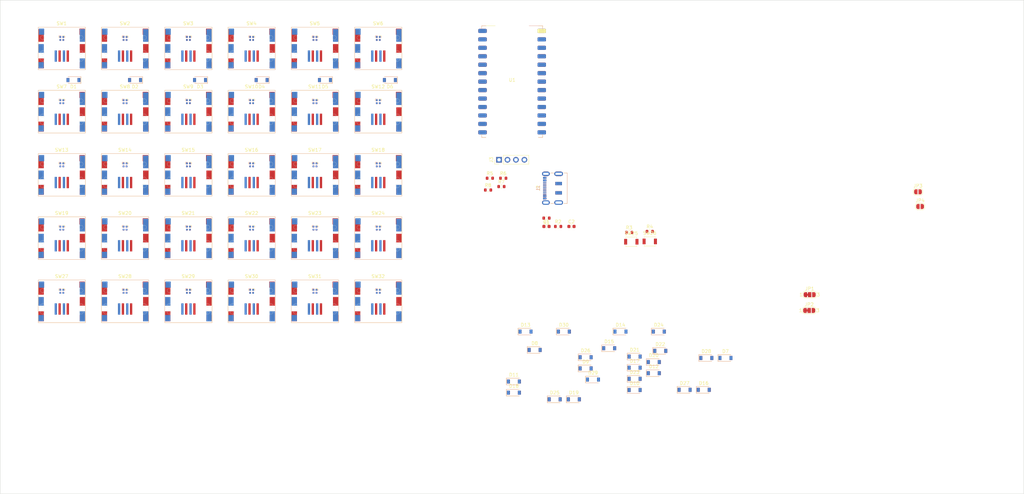
<source format=kicad_pcb>
(kicad_pcb (version 20211014) (generator pcbnew)
  (layers (0 "F.Cu" signal) (31 "B.Cu" signal) (34 "B.Paste" user) (35 "F.Paste" user) (36 "B.SilkS" user "B.Silkscreen") (37 "F.SilkS" user "F.Silkscreen") (38 "B.Mask" user) (39 "F.Mask" user) (44 "Edge.Cuts" user))
  (net 0 "")
  (net 3 "ROW0")
  (net 4 "GND")
  (net 5 "+3.3V")
  (net 6 "COL0")
  (net 7 "Net-(D3-Pad2)")
  (net 8 "Net-(D4-Pad2)")
  (net 9 "Net-(D5-Pad2)")
  (net 10 "Net-(D6-Pad2)")
  (net 11 "Net-(D7-Pad2)")
  (net 12 "Net-(D8-Pad2)")
  (net 13 "Net-(D9-Pad2)")
  (net 14 "Net-(D10-Pad2)")
  (net 15 "Net-(D11-Pad2)")
  (net 16 "Net-(D12-Pad2)")
  (net 17 "ROW1")
  (net 18 "Net-(D13-Pad2)")
  (net 19 "Net-(D14-Pad2)")
  (net 20 "Net-(D15-Pad2)")
  (net 21 "Net-(D16-Pad2)")
  (net 22 "Net-(D17-Pad2)")
  (net 23 "Net-(D18-Pad2)")
  (net 24 "Net-(D19-Pad2)")
  (net 25 "Net-(D20-Pad2)")
  (net 26 "Net-(D21-Pad2)")
  (net 27 "Net-(D22-Pad2)")
  (net 28 "Net-(D23-Pad2)")
  (net 29 "Net-(D24-Pad2)")
  (net 30 "ROW2")
  (net 31 "Net-(D25-Pad2)")
  (net 32 "Net-(D26-Pad2)")
  (net 33 "Net-(D27-Pad2)")
  (net 34 "Net-(D28-Pad2)")
  (net 35 "Net-(D29-Pad2)")
  (net 36 "Net-(D30-Pad2)")
  (net 37 "ROW3")
  (net 38 "ROW4")
  (net 39 "COL1")
  (net 40 "Net-(SW3-Pad4)")
  (net 41 "COL2")
  (net 42 "Net-(SW4-Pad4)")
  (net 43 "COL3")
  (net 44 "Net-(SW5-Pad4)")
  (net 45 "COL4")
  (net 46 "Net-(SW6-Pad4)")
  (net 47 "COL5")
  (net 48 "Net-(SW7-Pad4)")
  (net 49 "Net-(SW8-Pad4)")
  (net 50 "Net-(SW10-Pad4)")
  (net 51 "Net-(SW11-Pad4)")
  (net 52 "Net-(SW13-Pad4)")
  (net 53 "Net-(SW14-Pad4)")
  (net 54 "Net-(SW15-Pad4)")
  (net 55 "Net-(SW16-Pad4)")
  (net 56 "Net-(SW17-Pad4)")
  (net 57 "Net-(SW19-Pad4)")
  (net 58 "Net-(SW20-Pad4)")
  (net 59 "Net-(SW21-Pad4)")
  (net 60 "Net-(SW22-Pad4)")
  (net 61 "Net-(SW23-Pad4)")
  (net 62 "Net-(C2-Pad2)")
  (net 63 "Net-(R3-Pad1)")
  (net 64 "Net-(SW27-Pad4)")
  (net 65 "Net-(SW28-Pad4)")
  (net 66 "SDA")
  (net 67 "SCL")
  (net 68 "Net-(SW1-Pad4)")
  (net 69 "Net-(SW2-Pad4)")
  (net 70 "Net-(SW29-Pad4)")
  (net 71 "Net-(SW10-Pad2)")
  (net 72 "Net-(SW12-Pad4)")
  (net 73 "Net-(D1-Pad2)")
  (net 74 "Net-(D2-Pad2)")
  (net 75 "SPLIT_CLOCK")
  (net 76 "SPLIT_DATA")
  (net 79 "Net-(SW18-Pad4)")
  (net 80 "Net-(SW24-Pad4)")
  (net 81 "Net-(SW30-Pad4)")
  (net 82 "Net-(SW31-Pad4)")
  (net 87 "SPLIT_DATA_UART")
  (net 88 "nRESET")
  (net 90 "ONEWIRE_LED")
  (footprint "mask:D_SOD-123_TopBottom" (layer "F.Cu") (at 132.5 39.5 180)
    (fp_text reference "D6")
    (fp_text value "1N4148W")
  )
  (footprint "mask:Cherry_MX_ULP_SK6812_1515_TopBottom" (layer "F.Cu") (at 110 106)
    (fp_text reference "SW31")
    (fp_text value "Cherry_MX_ULP_SK6812_1515")
    (fp_circle (center -5.8 1.2) (end -5.275 1.2) (layer "Edge.Cuts") (width 0.05) (fill none))
    (fp_circle (center 5.8 -3.26) (end 6.4 -3.26) (layer "Edge.Cuts") (width 0.05) (fill none))
    (fp_circle (center 5.8 1.2) (end 5.275 1.2) (layer "Edge.Cuts") (width 0.05) (fill none))
    (fp_circle (center -5.8 -3.26) (end -6.4 -3.26) (layer "Edge.Cuts") (width 0.05) (fill none))
    (fp_circle (center 5.8 3.26) (end 6.4 3.26) (layer "Edge.Cuts") (width 0.05) (fill none))
    (fp_circle (center -5.8 3.26) (end -6.4 3.26) (layer "Edge.Cuts") (width 0.05) (fill none))
  )
  (footprint "mask:Cherry_MX_ULP_SK6812_1515_TopBottom" (layer "F.Cu") (at 34 106)
    (fp_text reference "SW27")
    (fp_text value "Cherry_MX_ULP_SK6812_1515")
    (fp_circle (center 5.8 3.26) (end 6.4 3.26) (layer "Edge.Cuts") (width 0.05) (fill none))
    (fp_circle (center -5.8 1.2) (end -5.275 1.2) (layer "Edge.Cuts") (width 0.05) (fill none))
    (fp_circle (center -5.8 -3.26) (end -6.4 -3.26) (layer "Edge.Cuts") (width 0.05) (fill none))
    (fp_circle (center -5.8 3.26) (end -6.4 3.26) (layer "Edge.Cuts") (width 0.05) (fill none))
    (fp_circle (center 5.8 1.2) (end 5.275 1.2) (layer "Edge.Cuts") (width 0.05) (fill none))
    (fp_circle (center 5.8 -3.26) (end 6.4 -3.26) (layer "Edge.Cuts") (width 0.05) (fill none))
  )
  (footprint "mask:Cherry_MX_ULP_SK6812_1515_TopBottom" (layer "F.Cu") (at 72 106)
    (fp_text reference "SW29")
    (fp_text value "Cherry_MX_ULP_SK6812_1515")
    (fp_circle (center 5.8 -3.26) (end 6.4 -3.26) (layer "Edge.Cuts") (width 0.05) (fill none))
    (fp_circle (center -5.8 3.26) (end -6.4 3.26) (layer "Edge.Cuts") (width 0.05) (fill none))
    (fp_circle (center -5.8 1.2) (end -5.275 1.2) (layer "Edge.Cuts") (width 0.05) (fill none))
    (fp_circle (center 5.8 1.2) (end 5.275 1.2) (layer "Edge.Cuts") (width 0.05) (fill none))
    (fp_circle (center -5.8 -3.26) (end -6.4 -3.26) (layer "Edge.Cuts") (width 0.05) (fill none))
    (fp_circle (center 5.8 3.26) (end 6.4 3.26) (layer "Edge.Cuts") (width 0.05) (fill none))
  )
  (footprint "Resistor_SMD:R_0603_1608Metric" (layer "F.Cu") (at 182.99 83.5)
    (fp_text reference "R2")
    (fp_text value "1k")
  )
  (footprint "Resistor_SMD:R_0603_1608Metric" (layer "F.Cu") (at 204.31 85.29)
    (fp_text reference "R3")
    (fp_text value "1k")
  )
  (footprint "mask:D_SOD-123_TopBottom" (layer "F.Cu") (at 213.65 120.89)
    (fp_text reference "D22")
    (fp_text value "1N4148W")
  )
  (footprint "mask:Cherry_MX_ULP_SK6812_1515_TopBottom" (layer "F.Cu") (at 34 68)
    (fp_text reference "SW13")
    (fp_text value "Cherry_MX_ULP_SK6812_1515")
    (fp_circle (center 5.8 1.2) (end 5.275 1.2) (layer "Edge.Cuts") (width 0.05) (fill none))
    (fp_circle (center -5.8 -3.26) (end -6.4 -3.26) (layer "Edge.Cuts") (width 0.05) (fill none))
    (fp_circle (center 5.8 3.26) (end 6.4 3.26) (layer "Edge.Cuts") (width 0.05) (fill none))
    (fp_circle (center 5.8 -3.26) (end 6.4 -3.26) (layer "Edge.Cuts") (width 0.05) (fill none))
    (fp_circle (center -5.8 3.26) (end -6.4 3.26) (layer "Edge.Cuts") (width 0.05) (fill none))
    (fp_circle (center -5.8 1.2) (end -5.275 1.2) (layer "Edge.Cuts") (width 0.05) (fill none))
  )
  (footprint "mask:Cherry_MX_ULP_SK6812_1515_TopBottom" (layer "F.Cu") (at 91 106)
    (fp_text reference "SW30")
    (fp_text value "Cherry_MX_ULP_SK6812_1515")
    (fp_circle (center 5.8 -3.26) (end 6.4 -3.26) (layer "Edge.Cuts") (width 0.05) (fill none))
    (fp_circle (center 5.8 3.26) (end 6.4 3.26) (layer "Edge.Cuts") (width 0.05) (fill none))
    (fp_circle (center 5.8 1.2) (end 5.275 1.2) (layer "Edge.Cuts") (width 0.05) (fill none))
    (fp_circle (center -5.8 1.2) (end -5.275 1.2) (layer "Edge.Cuts") (width 0.05) (fill none))
    (fp_circle (center -5.8 -3.26) (end -6.4 -3.26) (layer "Edge.Cuts") (width 0.05) (fill none))
    (fp_circle (center -5.8 3.26) (end -6.4 3.26) (layer "Edge.Cuts") (width 0.05) (fill none))
  )
  (footprint "mask:D_SOD-123_TopBottom" (layer "F.Cu") (at 201.71 115.09)
    (fp_text reference "D14")
    (fp_text value "1N4148W")
  )
  (footprint "Resistor_SMD:R_0603_1608Metric" (layer "F.Cu") (at 165.97 71.51)
    (fp_text reference "R7")
    (fp_text value "2.2k")
  )
  (footprint "mask:Cherry_MX_ULP_SK6812_1515_TopBottom" (layer "F.Cu") (at 129 106)
    (fp_text reference "SW32")
    (fp_text value "Cherry_MX_ULP_SK6812_1515")
    (fp_circle (center 5.8 1.2) (end 5.275 1.2) (layer "Edge.Cuts") (width 0.05) (fill none))
    (fp_circle (center -5.8 1.2) (end -5.275 1.2) (layer "Edge.Cuts") (width 0.05) (fill none))
    (fp_circle (center 5.8 3.26) (end 6.4 3.26) (layer "Edge.Cuts") (width 0.05) (fill none))
    (fp_circle (center -5.8 -3.26) (end -6.4 -3.26) (layer "Edge.Cuts") (width 0.05) (fill none))
    (fp_circle (center -5.8 3.26) (end -6.4 3.26) (layer "Edge.Cuts") (width 0.05) (fill none))
    (fp_circle (center 5.8 -3.26) (end 6.4 -3.26) (layer "Edge.Cuts") (width 0.05) (fill none))
  )
  (footprint "mask:Cherry_MX_ULP_SK6812_1515_TopBottom" (layer "F.Cu") (at 91 68)
    (fp_text reference "SW16")
    (fp_text value "Cherry_MX_ULP_SK6812_1515")
    (fp_circle (center 5.8 1.2) (end 5.275 1.2) (layer "Edge.Cuts") (width 0.05) (fill none))
    (fp_circle (center 5.8 3.26) (end 6.4 3.26) (layer "Edge.Cuts") (width 0.05) (fill none))
    (fp_circle (center -5.8 1.2) (end -5.275 1.2) (layer "Edge.Cuts") (width 0.05) (fill none))
    (fp_circle (center 5.8 -3.26) (end 6.4 -3.26) (layer "Edge.Cuts") (width 0.05) (fill none))
    (fp_circle (center -5.8 3.26) (end -6.4 3.26) (layer "Edge.Cuts") (width 0.05) (fill none))
    (fp_circle (center -5.8 -3.26) (end -6.4 -3.26) (layer "Edge.Cuts") (width 0.05) (fill none))
  )
  (footprint "mask:Cherry_MX_ULP_SK6812_1515_TopBottom" (layer "F.Cu") (at 53 30)
    (fp_text reference "SW2")
    (fp_text value "Cherry_MX_ULP_SK6812_1515")
    (fp_circle (center -5.8 3.26) (end -6.4 3.26) (layer "Edge.Cuts") (width 0.05) (fill none))
    (fp_circle (center 5.8 3.26) (end 6.4 3.26) (layer "Edge.Cuts") (width 0.05) (fill none))
    (fp_circle (center -5.8 1.2) (end -5.275 1.2) (layer "Edge.Cuts") (width 0.05) (fill none))
    (fp_circle (center 5.8 1.2) (end 5.275 1.2) (layer "Edge.Cuts") (width 0.05) (fill none))
    (fp_circle (center -5.8 -3.26) (end -6.4 -3.26) (layer "Edge.Cuts") (width 0.05) (fill none))
    (fp_circle (center 5.8 -3.26) (end 6.4 -3.26) (layer "Edge.Cuts") (width 0.05) (fill none))
  )
  (footprint "mask:D_SOD-123_TopBottom" (layer "F.Cu") (at 173.21 115.09)
    (fp_text reference "D13")
    (fp_text value "1N4148W")
  )
  (footprint "mask:D_SOD-123_TopBottom" (layer "F.Cu") (at 227.48 123.02)
    (fp_text reference "D28")
    (fp_text value "1N4148W")
  )
  (footprint "mask:Cherry_MX_ULP_SK6812_1515_TopBottom" (layer "F.Cu") (at 110 68)
    (fp_text reference "SW17")
    (fp_text value "Cherry_MX_ULP_SK6812_1515")
    (fp_circle (center 5.8 3.26) (end 6.4 3.26) (layer "Edge.Cuts") (width 0.05) (fill none))
    (fp_circle (center -5.8 3.26) (end -6.4 3.26) (layer "Edge.Cuts") (width 0.05) (fill none))
    (fp_circle (center 5.8 -3.26) (end 6.4 -3.26) (layer "Edge.Cuts") (width 0.05) (fill none))
    (fp_circle (center -5.8 1.2) (end -5.275 1.2) (layer "Edge.Cuts") (width 0.05) (fill none))
    (fp_circle (center 5.8 1.2) (end 5.275 1.2) (layer "Edge.Cuts") (width 0.05) (fill none))
    (fp_circle (center -5.8 -3.26) (end -6.4 -3.26) (layer "Edge.Cuts") (width 0.05) (fill none))
  )
  (footprint "mask:Cherry_MX_ULP_SK6812_1515_TopBottom" (layer "F.Cu") (at 129 49)
    (fp_text reference "SW12")
    (fp_text value "Cherry_MX_ULP_SK6812_1515")
    (fp_circle (center -5.8 -3.26) (end -6.4 -3.26) (layer "Edge.Cuts") (width 0.05) (fill none))
    (fp_circle (center 5.8 -3.26) (end 6.4 -3.26) (layer "Edge.Cuts") (width 0.05) (fill none))
    (fp_circle (center 5.8 1.2) (end 5.275 1.2) (layer "Edge.Cuts") (width 0.05) (fill none))
    (fp_circle (center -5.8 3.26) (end -6.4 3.26) (layer "Edge.Cuts") (width 0.05) (fill none))
    (fp_circle (center 5.8 3.26) (end 6.4 3.26) (layer "Edge.Cuts") (width 0.05) (fill none))
    (fp_circle (center -5.8 1.2) (end -5.275 1.2) (layer "Edge.Cuts") (width 0.05) (fill none))
  )
  (footprint "mask:D_SOD-123_TopBottom" (layer "F.Cu") (at 233.23 123.02)
    (fp_text reference "D7")
    (fp_text value "1N4148W")
  )
  (footprint "mask:D_SOD-123_TopBottom" (layer "F.Cu") (at 187.71 135.44)
    (fp_text reference "D19")
    (fp_text value "1N4148W")
  )
  (footprint "mask:Cherry_MX_ULP_SK6812_1515_TopBottom" (layer "F.Cu") (at 91 87)
    (fp_text reference "SW22")
    (fp_text value "Cherry_MX_ULP_SK6812_1515")
    (fp_circle (center 5.8 1.2) (end 5.275 1.2) (layer "Edge.Cuts") (width 0.05) (fill none))
    (fp_circle (center -5.8 1.2) (end -5.275 1.2) (layer "Edge.Cuts") (width 0.05) (fill none))
    (fp_circle (center 5.8 -3.26) (end 6.4 -3.26) (layer "Edge.Cuts") (width 0.05) (fill none))
    (fp_circle (center 5.8 3.26) (end 6.4 3.26) (layer "Edge.Cuts") (width 0.05) (fill none))
    (fp_circle (center -5.8 -3.26) (end -6.4 -3.26) (layer "Edge.Cuts") (width 0.05) (fill none))
    (fp_circle (center -5.8 3.26) (end -6.4 3.26) (layer "Edge.Cuts") (width 0.05) (fill none))
  )
  (footprint "Resistor_SMD:R_0603_1608Metric" (layer "F.Cu") (at 166.51 69)
    (fp_text reference "R6")
    (fp_text value "2.2k")
  )
  (footprint "mask:Cherry_MX_ULP_SK6812_1515_TopBottom" (layer "F.Cu") (at 129 87)
    (fp_text reference "SW24")
    (fp_text value "Cherry_MX_ULP_SK6812_1515")
    (fp_circle (center 5.8 3.26) (end 6.4 3.26) (layer "Edge.Cuts") (width 0.05) (fill none))
    (fp_circle (center -5.8 3.26) (end -6.4 3.26) (layer "Edge.Cuts") (width 0.05) (fill none))
    (fp_circle (center -5.8 1.2) (end -5.275 1.2) (layer "Edge.Cuts") (width 0.05) (fill none))
    (fp_circle (center 5.8 1.2) (end 5.275 1.2) (layer "Edge.Cuts") (width 0.05) (fill none))
    (fp_circle (center -5.8 -3.26) (end -6.4 -3.26) (layer "Edge.Cuts") (width 0.05) (fill none))
    (fp_circle (center 5.8 -3.26) (end 6.4 -3.26) (layer "Edge.Cuts") (width 0.05) (fill none))
  )
  (footprint "mask:Cherry_MX_ULP_SK6812_1515_TopBottom" (layer "F.Cu") (at 72 87)
    (fp_text reference "SW21")
    (fp_text value "Cherry_MX_ULP_SK6812_1515")
    (fp_circle (center 5.8 1.2) (end 5.275 1.2) (layer "Edge.Cuts") (width 0.05) (fill none))
    (fp_circle (center -5.8 1.2) (end -5.275 1.2) (layer "Edge.Cuts") (width 0.05) (fill none))
    (fp_circle (center 5.8 3.26) (end 6.4 3.26) (layer "Edge.Cuts") (width 0.05) (fill none))
    (fp_circle (center -5.8 -3.26) (end -6.4 -3.26) (layer "Edge.Cuts") (width 0.05) (fill none))
    (fp_circle (center 5.8 -3.26) (end 6.4 -3.26) (layer "Edge.Cuts") (width 0.05) (fill none))
    (fp_circle (center -5.8 3.26) (end -6.4 3.26) (layer "Edge.Cuts") (width 0.05) (fill none))
  )
  (footprint "mask:D_SOD-123_TopBottom" (layer "F.Cu") (at 213.21 115.09)
    (fp_text reference "D24")
    (fp_text value "1N4148W")
  )
  (footprint "mask:D_SOD-123_TopBottom" (layer "F.Cu") (at 113 39.5 180)
    (fp_text reference "D5")
    (fp_text value "1N4148W")
  )
  (footprint "Button_Switch_SMD:SW_SPST_B3U-1000P" (layer "F.Cu") (at 210.5 88)
    (fp_text reference "SW26")
    (fp_text value "SW_Push")
  )
  (footprint "mask:D_SOD-123_TopBottom" (layer "F.Cu") (at 205.96 132.64)
    (fp_text reference "D10")
    (fp_text value "1N4148W")
  )
  (footprint "mask:Cherry_MX_ULP_SK6812_1515_TopBottom" (layer "F.Cu") (at 129 68)
    (fp_text reference "SW18")
    (fp_text value "Cherry_MX_ULP_SK6812_1515")
    (fp_circle (center -5.8 3.26) (end -6.4 3.26) (layer "Edge.Cuts") (width 0.05) (fill none))
    (fp_circle (center 5.8 3.26) (end 6.4 3.26) (layer "Edge.Cuts") (width 0.05) (fill none))
    (fp_circle (center -5.8 1.2) (end -5.275 1.2) (layer "Edge.Cuts") (width 0.05) (fill none))
    (fp_circle (center -5.8 -3.26) (end -6.4 -3.26) (layer "Edge.Cuts") (width 0.05) (fill none))
    (fp_circle (center 5.8 -3.26) (end 6.4 -3.26) (layer "Edge.Cuts") (width 0.05) (fill none))
    (fp_circle (center 5.8 1.2) (end 5.275 1.2) (layer "Edge.Cuts") (width 0.05) (fill none))
  )
  (footprint "mask:D_SOD-123_TopBottom" (layer "F.Cu") (at 205.96 122.59)
    (fp_text reference "D21")
    (fp_text value "1N4148W")
  )
  (footprint "mask:D_SOD-123_TopBottom" (layer "F.Cu") (at 220.96 132.59)
    (fp_text reference "D27")
    (fp_text value "1N4148W")
  )
  (footprint "Jumper:SolderJumper-2_P1.3mm_Open_RoundedPad1.0x1.5mm" (layer "F.Cu") (at 291.65 77.5)
    (fp_text reference "JP4")
    (fp_text value "SolderJumper_2_Open")
  )
  (footprint "mask:Cherry_MX_ULP_SK6812_1515_TopBottom" (layer "F.Cu") (at 110 87)
    (fp_text reference "SW23")
    (fp_text value "Cherry_MX_ULP_SK6812_1515")
    (fp_circle (center -5.8 3.26) (end -6.4 3.26) (layer "Edge.Cuts") (width 0.05) (fill none))
    (fp_circle (center 5.8 3.26) (end 6.4 3.26) (layer "Edge.Cuts") (width 0.05) (fill none))
    (fp_circle (center -5.8 -3.26) (end -6.4 -3.26) (layer "Edge.Cuts") (width 0.05) (fill none))
    (fp_circle (center -5.8 1.2) (end -5.275 1.2) (layer "Edge.Cuts") (width 0.05) (fill none))
    (fp_circle (center 5.8 1.2) (end 5.275 1.2) (layer "Edge.Cuts") (width 0.05) (fill none))
    (fp_circle (center 5.8 -3.26) (end 6.4 -3.26) (layer "Edge.Cuts") (width 0.05) (fill none))
  )
  (footprint "mask:D_SOD-123_TopBottom" (layer "F.Cu") (at 198.31 120.09)
    (fp_text reference "D15")
    (fp_text value "1N4148W")
  )
  (footprint "mask:Cherry_MX_ULP_SK6812_1515_TopBottom" (layer "F.Cu") (at 53 106)
    (fp_text reference "SW28")
    (fp_text value "Cherry_MX_ULP_SK6812_1515")
    (fp_circle (center 5.8 1.2) (end 5.275 1.2) (layer "Edge.Cuts") (width 0.05) (fill none))
    (fp_circle (center -5.8 3.26) (end -6.4 3.26) (layer "Edge.Cuts") (width 0.05) (fill none))
    (fp_circle (center 5.8 3.26) (end 6.4 3.26) (layer "Edge.Cuts") (width 0.05) (fill none))
    (fp_circle (center 5.8 -3.26) (end 6.4 -3.26) (layer "Edge.Cuts") (width 0.05) (fill none))
    (fp_circle (center -5.8 1.2) (end -5.275 1.2) (layer "Edge.Cuts") (width 0.05) (fill none))
    (fp_circle (center -5.8 -3.26) (end -6.4 -3.26) (layer "Edge.Cuts") (width 0.05) (fill none))
  )
  (footprint "mask:Cherry_MX_ULP_SK6812_1515_TopBottom" (layer "F.Cu") (at 110 30)
    (fp_text reference "SW5")
    (fp_text value "Cherry_MX_ULP_SK6812_1515")
    (fp_circle (center -5.8 1.2) (end -5.275 1.2) (layer "Edge.Cuts") (width 0.05) (fill none))
    (fp_circle (center 5.8 3.26) (end 6.4 3.26) (layer "Edge.Cuts") (width 0.05) (fill none))
    (fp_circle (center 5.8 -3.26) (end 6.4 -3.26) (layer "Edge.Cuts") (width 0.05) (fill none))
    (fp_circle (center -5.8 -3.26) (end -6.4 -3.26) (layer "Edge.Cuts") (width 0.05) (fill none))
    (fp_circle (center 5.8 1.2) (end 5.275 1.2) (layer "Edge.Cuts") (width 0.05) (fill none))
    (fp_circle (center -5.8 3.26) (end -6.4 3.26) (layer "Edge.Cuts") (width 0.05) (fill none))
  )
  (footprint "mask:D_SOD-123_TopBottom" (layer "F.Cu") (at 205.96 125.94)
    (fp_text reference "D17")
    (fp_text value "1N4148W")
  )
  (footprint "Button_Switch_SMD:SW_SPST_B3U-1000P" (layer "F.Cu") (at 204.96 88.09)
    (fp_text reference "SW25")
    (fp_text value "SW_Push")
  )
  (footprint "Jumper:SolderJumper-3_P1.3mm_Bridged12_RoundedPad1.0x1.5mm_NumberLabels" (layer "F.Cu") (at 258.5 104)
    (fp_text reference "JP1")
    (fp_text value "SolderJumper_3_Bridged12")
  )
  (footprint "Connector_USB:USB_C_Receptacle_JAE_DX07S016JA1R1500" (layer "F.Cu") (at 182 72 90)
    (fp_text reference "J2")
    (fp_text value "USB_C_Receptacle_USB2.0")
  )
  (footprint "Capacitor_SMD:C_0603_1608Metric" (layer "F.Cu") (at 179.5 83.5)
    (fp_text reference "C1")
    (fp_text value "100nF")
  )
  (footprint "mask:D_SOD-123_TopBottom" (layer "F.Cu") (at 169.71 130.09)
    (fp_text reference "D11")
    (fp_text value "1N4148W")
  )
  (footprint "mask:Cherry_MX_ULP_SK6812_1515_TopBottom" (layer "F.Cu") (at 91 30)
    (fp_text reference "SW4")
    (fp_text value "Cherry_MX_ULP_SK6812_1515")
    (fp_circle (center -5.8 1.2) (end -5.275 1.2) (layer "Edge.Cuts") (width 0.05) (fill none))
    (fp_circle (center 5.8 -3.26) (end 6.4 -3.26) (layer "Edge.Cuts") (width 0.05) (fill none))
    (fp_circle (center -5.8 3.26) (end -6.4 3.26) (layer "Edge.Cuts") (width 0.05) (fill none))
    (fp_circle (center 5.8 1.2) (end 5.275 1.2) (layer "Edge.Cuts") (width 0.05) (fill none))
    (fp_circle (center -5.8 -3.26) (end -6.4 -3.26) (layer "Edge.Cuts") (width 0.05) (fill none))
    (fp_circle (center 5.8 3.26) (end 6.4 3.26) (layer "Edge.Cuts") (width 0.05) (fill none))
  )
  (footprint "mask:D_SOD-123_TopBottom" (layer "F.Cu") (at 226.71 132.59)
    (fp_text reference "D16")
    (fp_text value "1N4148W")
  )
  (footprint "mask:KB2040_SMD" (layer "F.Cu") (at 169.19 39.98)
    (fp_text reference "U1")
    (fp_text value "ProMicro")
  )
  (footprint "Capacitor_SMD:C_0603_1608Metric" (layer "F.Cu") (at 187 83.5)
    (fp_text reference "C2")
    (fp_text value "100nF")
  )
  (footprint "mask:D_SOD-123_TopBottom" (layer "F.Cu") (at 175.95 120.61)
    (fp_text reference "D8")
    (fp_text value "1N4148W")
  )
  (footprint "mask:Cherry_MX_ULP_SK6812_1515_TopBottom" (layer "F.Cu") (at 72 49)
    (fp_text reference "SW9")
    (fp_text value "Cherry_MX_ULP_SK6812_1515")
    (fp_circle (center -5.8 1.2) (end -5.275 1.2) (layer "Edge.Cuts") (width 0.05) (fill none))
    (fp_circle (center -5.8 -3.26) (end -6.4 -3.26) (layer "Edge.Cuts") (width 0.05) (fill none))
    (fp_circle (center 5.8 3.26) (end 6.4 3.26) (layer "Edge.Cuts") (width 0.05) (fill none))
    (fp_circle (center 5.8 -3.26) (end 6.4 -3.26) (layer "Edge.Cuts") (width 0.05) (fill none))
    (fp_circle (center 5.8 1.2) (end 5.275 1.2) (layer "Edge.Cuts") (width 0.05) (fill none))
    (fp_circle (center -5.8 3.26) (end -6.4 3.26) (layer "Edge.Cuts") (width 0.05) (fill none))
  )
  (footprint "Resistor_SMD:R_0603_1608Metric" (layer "F.Cu") (at 162.5 69)
    (fp_text reference "R5")
    (fp_text value "2.2k")
  )
  (footprint "mask:Cherry_MX_ULP_SK6812_1515_TopBottom" (layer "F.Cu") (at 91 49)
    (fp_text reference "SW10")
    (fp_text value "Cherry_MX_ULP_SK6812_1515")
    (fp_circle (center 5.8 1.2) (end 5.275 1.2) (layer "Edge.Cuts") (width 0.05) (fill none))
    (fp_circle (center -5.8 1.2) (end -5.275 1.2) (layer "Edge.Cuts") (width 0.05) (fill none))
    (fp_circle (center -5.8 3.26) (end -6.4 3.26) (layer "Edge.Cuts") (width 0.05) (fill none))
    (fp_circle (center 5.8 -3.26) (end 6.4 -3.26) (layer "Edge.Cuts") (width 0.05) (fill none))
    (fp_circle (center -5.8 -3.26) (end -6.4 -3.26) (layer "Edge.Cuts") (width 0.05) (fill none))
    (fp_circle (center 5.8 3.26) (end 6.4 3.26) (layer "Edge.Cuts") (width 0.05) (fill none))
  )
  (footprint "Jumper:SolderJumper-2_P1.3mm_Open_RoundedPad1.0x1.5mm" (layer "F.Cu") (at 291.02 73.09)
    (fp_text reference "JP3")
    (fp_text value "SolderJumper_2_Open")
  )
  (footprint "mask:D_SOD-123_TopBottom" (layer "F.Cu") (at 169.71 133.44)
    (fp_text reference "D18")
    (fp_text value "1N4148W")
  )
  (footprint "mask:Cherry_MX_ULP_SK6812_1515_TopBottom" (layer "F.Cu") (at 53 87)
    (fp_text reference "SW20")
    (fp_text value "Cherry_MX_ULP_SK6812_1515")
    (fp_circle (center 5.8 3.26) (end 6.4 3.26) (layer "Edge.Cuts") (width 0.05) (fill none))
    (fp_circle (center 5.8 -3.26) (end 6.4 -3.26) (layer "Edge.Cuts") (width 0.05) (fill none))
    (fp_circle (center -5.8 1.2) (end -5.275 1.2) (layer "Edge.Cuts") (width 0.05) (fill none))
    (fp_circle (center 5.8 1.2) (end 5.275 1.2) (layer "Edge.Cuts") (width 0.05) (fill none))
    (fp_circle (center -5.8 3.26) (end -6.4 3.26) (layer "Edge.Cuts") (width 0.05) (fill none))
    (fp_circle (center -5.8 -3.26) (end -6.4 -3.26) (layer "Edge.Cuts") (width 0.05) (fill none))
  )
  (footprint "mask:D_SOD-123_TopBottom" (layer "F.Cu") (at 193.46 129.5)
    (fp_text reference "D29")
    (fp_text value "1N4148W")
  )
  (footprint "mask:Cherry_MX_ULP_SK6812_1515_TopBottom" (layer "F.Cu") (at 72 30)
    (fp_text reference "SW3")
    (fp_text value "Cherry_MX_ULP_SK6812_1515")
    (fp_circle (center -5.8 3.26) (end -6.4 3.26) (layer "Edge.Cuts") (width 0.05) (fill none))
    (fp_circle (center -5.8 1.2) (end -5.275 1.2) (layer "Edge.Cuts") (width 0.05) (fill none))
    (fp_circle (center 5.8 3.26) (end 6.4 3.26) (layer "Edge.Cuts") (width 0.05) (fill none))
    (fp_circle (center 5.8 -3.26) (end 6.4 -3.26) (layer "Edge.Cuts") (width 0.05) (fill none))
    (fp_circle (center -5.8 -3.26) (end -6.4 -3.26) (layer "Edge.Cuts") (width 0.05) (fill none))
    (fp_circle (center 5.8 1.2) (end 5.275 1.2) (layer "Edge.Cuts") (width 0.05) (fill none))
  )
  (footprint "mask:D_SOD-123_TopBottom" (layer "F.Cu") (at 191.25 126.15)
    (fp_text reference "D9")
    (fp_text value "1N4148W")
  )
  (footprint "mask:D_SOD-123_TopBottom" (layer "F.Cu") (at 181.96 135.44)
    (fp_text reference "D25")
    (fp_text value "1N4148W")
  )
  (footprint "mask:D_SOD-123_TopBottom" (layer "F.Cu") (at 56 39.5 180)
    (fp_text reference "D2")
    (fp_text value "1N4148W")
  )
  (footprint "Resistor_SMD:R_0603_1608Metric" (layer "F.Cu") (at 161.96 72.55)
    (fp_text reference "R8")
    (fp_text value "2.2k")
  )
  (footprint "mask:D_SOD-123_TopBottom" (layer "F.Cu") (at 75.5 39.5 180)
    (fp_text reference "D3")
    (fp_text value "1N4148W")
  )
  (footprint "mask:D_SOD-123_TopBottom" (layer "F.Cu") (at 211.71 124.24)
    (fp_text reference "D20")
    (fp_text value "1N4148W")
  )
  (footprint "Jumper:SolderJumper-3_P1.3mm_Bridged12_RoundedPad1.0x1.5mm_NumberLabels" (layer "F.Cu") (at 258.36 108.74)
    (fp_text reference "JP2")
    (fp_text value "SolderJumper_3_Bridged12")
  )
  (footprint "mask:Cherry_MX_ULP_SK6812_1515_TopBottom" (layer "F.Cu") (at 53 49)
    (fp_text reference "SW8")
    (fp_text value "Cherry_MX_ULP_SK6812_1515")
    (fp_circle (center -5.8 -3.26) (end -6.4 -3.26) (layer "Edge.Cuts") (width 0.05) (fill none))
    (fp_circle (center 5.8 -3.26) (end 6.4 -3.26) (layer "Edge.Cuts") (width 0.05) (fill none))
    (fp_circle (center -5.8 3.26) (end -6.4 3.26) (layer "Edge.Cuts") (width 0.05) (fill none))
    (fp_circle (center 5.8 3.26) (end 6.4 3.26) (layer "Edge.Cuts") (width 0.05) (fill none))
    (fp_circle (center 5.8 1.2) (end 5.275 1.2) (layer "Edge.Cuts") (width 0.05) (fill none))
    (fp_circle (center -5.8 1.2) (end -5.275 1.2) (layer "Edge.Cuts") (width 0.05) (fill none))
  )
  (footprint "mask:Cherry_MX_ULP_SK6812_1515_TopBottom" (layer "F.Cu") (at 34 30)
    (fp_text reference "SW1")
    (fp_text value "Cherry_MX_ULP_SK6812_1515")
    (fp_circle (center 5.8 1.2) (end 5.275 1.2) (layer "Edge.Cuts") (width 0.05) (fill none))
    (fp_circle (center -5.8 -3.26) (end -6.4 -3.26) (layer "Edge.Cuts") (width 0.05) (fill none))
    (fp_circle (center 5.8 -3.26) (end 6.4 -3.26) (layer "Edge.Cuts") (width 0.05) (fill none))
    (fp_circle (center 5.8 3.26) (end 6.4 3.26) (layer "Edge.Cuts") (width 0.05) (fill none))
    (fp_circle (center -5.8 1.2) (end -5.275 1.2) (layer "Edge.Cuts") (width 0.05) (fill none))
    (fp_circle (center -5.8 3.26) (end -6.4 3.26) (layer "Edge.Cuts") (width 0.05) (fill none))
  )
  (footprint "mask:Cherry_MX_ULP_SK6812_1515_TopBottom" (layer "F.Cu") (at 34 87)
    (fp_text reference "SW19")
    (fp_text value "Cherry_MX_ULP_SK6812_1515")
    (fp_circle (center 5.8 1.2) (end 5.275 1.2) (layer "Edge.Cuts") (width 0.05) (fill none))
    (fp_circle (center -5.8 1.2) (end -5.275 1.2) (layer "Edge.Cuts") (width 0.05) (fill none))
    (fp_circle (center 5.8 3.26) (end 6.4 3.26) (layer "Edge.Cuts") (width 0.05) (fill none))
    (fp_circle (center -5.8 -3.26) (end -6.4 -3.26) (layer "Edge.Cuts") (width 0.05) (fill none))
    (fp_circle (center -5.8 3.26) (end -6.4 3.26) (layer "Edge.Cuts") (width 0.05) (fill none))
    (fp_circle (center 5.8 -3.26) (end 6.4 -3.26) (layer "Edge.Cuts") (width 0.05) (fill none))
  )
  (footprint "mask:D_SOD-123_TopBottom" (layer "F.Cu") (at 211.71 127.59)
    (fp_text reference "D12")
    (fp_text value "1N4148W")
  )
  (footprint "mask:Cherry_MX_ULP_SK6812_1515_TopBottom" (layer "F.Cu") (at 129 30)
    (fp_text reference "SW6")
    (fp_text value "Cherry_MX_ULP_SK6812_1515")
    (fp_circle (center -5.8 3.26) (end -6.4 3.26) (layer "Edge.Cuts") (width 0.05) (fill none))
    (fp_circle (center 5.8 -3.26) (end 6.4 -3.26) (layer "Edge.Cuts") (width 0.05) (fill none))
    (fp_circle (center 5.8 1.2) (end 5.275 1.2) (layer "Edge.Cuts") (width 0.05) (fill none))
    (fp_circle (center -5.8 1.2) (end -5.275 1.2) (layer "Edge.Cuts") (width 0.05) (fill none))
    (fp_circle (center -5.8 -3.26) (end -6.4 -3.26) (layer "Edge.Cuts") (width 0.05) (fill none))
    (fp_circle (center 5.8 3.26) (end 6.4 3.26) (layer "Edge.Cuts") (width 0.05) (fill none))
  )
  (footprint "mask:D_SOD-123_TopBottom" (layer "F.Cu") (at 184.71 115.09)
    (fp_text reference "D30")
    (fp_text value "1N4148W")
  )
  (footprint "mask:D_SOD-123_TopBottom" (layer "F.Cu") (at 94 39.5 180)
    (fp_text reference "D4")
    (fp_text value "1N4148W")
  )
  (footprint "mask:Cherry_MX_ULP_SK6812_1515_TopBottom" (layer "F.Cu") (at 34 49)
    (fp_text reference "SW7")
    (fp_text value "Cherry_MX_ULP_SK6812_1515")
    (fp_circle (center -5.8 3.26) (end -6.4 3.26) (layer "Edge.Cuts") (width 0.05) (fill none))
    (fp_circle (center 5.8 3.26) (end 6.4 3.26) (layer "Edge.Cuts") (width 0.05) (fill none))
    (fp_circle (center -5.8 -3.26) (end -6.4 -3.26) (layer "Edge.Cuts") (width 0.05) (fill none))
    (fp_circle (center 5.8 1.2) (end 5.275 1.2) (layer "Edge.Cuts") (width 0.05) (fill none))
    (fp_circle (center -5.8 1.2) (end -5.275 1.2) (layer "Edge.Cuts") (width 0.05) (fill none))
    (fp_circle (center 5.8 -3.26) (end 6.4 -3.26) (layer "Edge.Cuts") (width 0.05) (fill none))
  )
  (footprint "mask:D_SOD-123_TopBottom" (layer "F.Cu") (at 37.5 39.5 180)
    (fp_text reference "D1")
    (fp_text value "1N4148W")
  )
  (footprint "Connector_PinHeader_2.54mm:PinHeader_1x04_P2.54mm_Vertical" (layer "F.Cu") (at 165.25 63.46 90)
    (fp_text reference "J3")
    (fp_text value "Conn_01x04")
  )
  (footprint "mask:D_SOD-123_TopBottom" (layer "F.Cu") (at 191.25 122.8)
    (fp_text reference "D26")
    (fp_text value "1N4148W")
  )
  (footprint "Resistor_SMD:R_0603_1608Metric" (layer "F.Cu") (at 210.5 85)
    (fp_text reference "R4")
    (fp_text value "1k")
  )
  (footprint "mask:D_SOD-123_TopBottom" (layer "F.Cu") (at 205.96 129.29)
    (fp_text reference "D23")
    (fp_text value "1N4148W")
  )
  (footprint "mask:Cherry_MX_ULP_SK6812_1515_TopBottom" (layer "F.Cu") (at 53 68)
    (fp_text reference "SW14")
    (fp_text value "Cherry_MX_ULP_SK6812_1515")
    (fp_circle (center 5.8 -3.26) (end 6.4 -3.26) (layer "Edge.Cuts") (width 0.05) (fill none))
    (fp_circle (center -5.8 1.2) (end -5.275 1.2) (layer "Edge.Cuts") (width 0.05) (fill none))
    (fp_circle (center -5.8 -3.26) (end -6.4 -3.26) (layer "Edge.Cuts") (width 0.05) (fill none))
    (fp_circle (center 5.8 3.26) (end 6.4 3.26) (layer "Edge.Cuts") (width 0.05) (fill none))
    (fp_circle (center -5.8 3.26) (end -6.4 3.26) (layer "Edge.Cuts") (width 0.05) (fill none))
    (fp_circle (center 5.8 1.2) (end 5.275 1.2) (layer "Edge.Cuts") (width 0.05) (fill none))
  )
  (footprint "Resistor_SMD:R_0603_1608Metric" (layer "F.Cu") (at 179.5 80.99 180)
    (fp_text reference "R1")
    (fp_text value "1k")
  )
  (footprint "mask:Cherry_MX_ULP_SK6812_1515_TopBottom" (layer "F.Cu") (at 110 49)
    (fp_text reference "SW11")
    (fp_text value "Cherry_MX_ULP_SK6812_1515")
    (fp_circle (center -5.8 -3.26) (end -6.4 -3.26) (layer "Edge.Cuts") (width 0.05) (fill none))
    (fp_circle (center 5.8 -3.26) (end 6.4 -3.26) (layer "Edge.Cuts") (width 0.05) (fill none))
    (fp_circle (center -5.8 1.2) (end -5.275 1.2) (layer "Edge.Cuts") (width 0.05) (fill none))
    (fp_circle (center -5.8 3.26) (end -6.4 3.26) (layer "Edge.Cuts") (width 0.05) (fill none))
    (fp_circle (center 5.8 3.26) (end 6.4 3.26) (layer "Edge.Cuts") (width 0.05) (fill none))
    (fp_circle (center 5.8 1.2) (end 5.275 1.2) (layer "Edge.Cuts") (width 0.05) (fill none))
  )
  (footprint "mask:Cherry_MX_ULP_SK6812_1515_TopBottom" (layer "F.Cu") (at 72 68)
    (fp_text reference "SW15")
    (fp_text value "Cherry_MX_ULP_SK6812_1515")
    (fp_circle (center 5.8 3.26) (end 6.4 3.26) (layer "Edge.Cuts") (width 0.05) (fill none))
    (fp_circle (center 5.8 1.2) (end 5.275 1.2) (layer "Edge.Cuts") (width 0.05) (fill none))
    (fp_circle (center -5.8 -3.26) (end -6.4 -3.26) (layer "Edge.Cuts") (width 0.05) (fill none))
    (fp_circle (center 5.8 -3.26) (end 6.4 -3.26) (layer "Edge.Cuts") (width 0.05) (fill none))
    (fp_circle (center -5.8 3.26) (end -6.4 3.26) (layer "Edge.Cuts") (width 0.05) (fill none))
    (fp_circle (center -5.8 1.2) (end -5.275 1.2) (layer "Edge.Cuts") (width 0.05) (fill none))
  )
  (footprint "Connector_USB:USB_C_Receptacle_JAE_DX07S016JA1R1500" (layer "B.Cu") (at 182 72 -90)
    (fp_text reference "J1")
    (fp_text value "USB_C_Receptacle_USB2.0")
  )
  (gr_rect (start 15.5 15.5) (end 322.8 163.8) (layer "Edge.Cuts") (width 0.1) (fill none))
)
</source>
